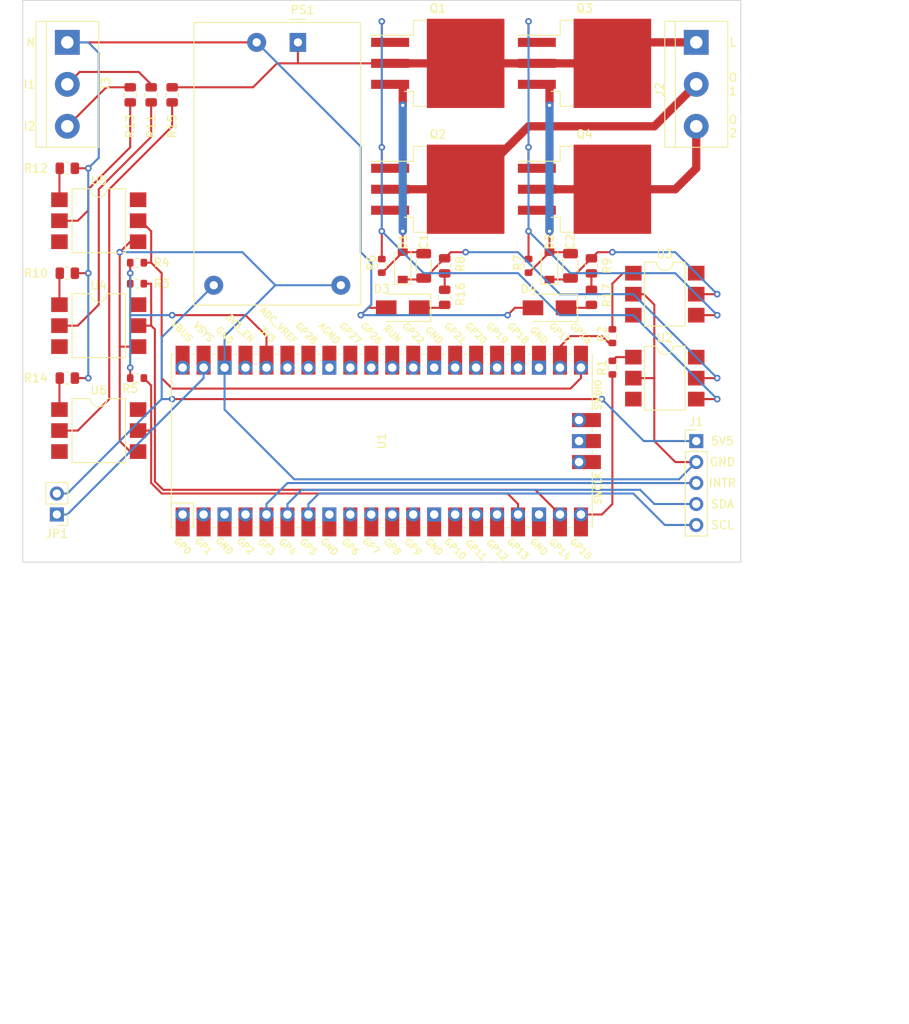
<source format=kicad_pcb>
(kicad_pcb (version 20211014) (generator pcbnew)
  (layers (0 "F.Cu" signal) (31 "B.Cu" signal) (34 "B.Paste" user) (35 "F.Paste" user) (36 "B.SilkS" user "B.Silkscreen") (37 "F.SilkS" user "F.Silkscreen") (38 "B.Mask" user) (39 "F.Mask" user) (44 "Edge.Cuts" user))
  (net 0 "")
  (net 1 "Net-(C2-Pad1)")
  (net 2 "Net-(C2-Pad2)")
  (net 3 "NEUT")
  (net 4 "Net-(D4-Pad1)")
  (net 5 "GND")
  (net 6 "+5V")
  (net 7 "LINE")
  (net 8 "Net-(J2-Pad2)")
  (net 9 "Net-(JP1-Pad1)")
  (net 10 "Net-(Q1-Pad1)")
  (net 11 "Net-(Q3-Pad1)")
  (net 12 "Net-(R1-Pad1)")
  (net 13 "Net-(C1-Pad1)")
  (net 14 "Net-(R2-Pad1)")
  (net 15 "Net-(C1-Pad2)")
  (net 16 "Net-(D3-Pad1)")
  (net 17 "+3V3")
  (net 18 "Net-(R1-Pad2)")
  (net 19 "Net-(J1-Pad3)")
  (net 20 "Net-(R2-Pad2)")
  (net 21 "Net-(R3-Pad1)")
  (net 22 "Net-(R10-Pad2)")
  (net 23 "Net-(R11-Pad2)")
  (net 24 "Net-(R13-Pad2)")
  (net 35 "Net-(J1-Pad4)")
  (net 36 "Net-(R4-Pad1)")
  (net 37 "Net-(R5-Pad1)")
  (net 38 "Net-(J2-Pad3)")
  (net 39 "Net-(R16-Pad2)")
  (net 40 "Net-(J3-Pad2)")
  (net 41 "Net-(J3-Pad3)")
  (net 42 "Net-(R17-Pad2)")
  (net 43 "Net-(R14-Pad2)")
  (net 44 "Net-(R15-Pad2)")
  (net 49 "Net-(R12-Pad2)")
  (net 78 "Net-(J1-Pad5)")
  (footprint "Diode_SMD:D_SOD-123" (layer "F.Cu") (at 170.18 82.93 90)
    (fp_text reference "D2")
    (fp_text value "10V/0.4W")
  )
  (footprint "Resistor_SMD:R_0603_1608Metric" (layer "F.Cu") (at 120.205 85.09 180)
    (fp_text reference "R3")
    (fp_text value "10KΩ")
  )
  (footprint "Diode_SMD:D_SMA" (layer "F.Cu") (at 170.18 88.01 180)
    (fp_text reference "D4")
    (fp_text value "1N4007")
  )
  (footprint "TerminalBlock:TerminalBlock_bornier-3_P5.08mm" (layer "F.Cu") (at 111.76 55.88 -90)
    (fp_text reference "J3")
    (fp_text value "Screw_Terminal_01x03")
  )
  (footprint "Resistor_SMD:R_0603_1608Metric" (layer "F.Cu") (at 177.8 91.44 -90)
    (fp_text reference "R2")
    (fp_text value "330Ω")
  )
  (footprint "Package_TO_SOT_SMD:TO-263-3_TabPin2" (layer "F.Cu") (at 156.645 58.42)
    (fp_text reference "Q1")
    (fp_text value "IRF830")
  )
  (footprint "Resistor_SMD:R_0805_2012Metric" (layer "F.Cu") (at 175.26 82.93 90)
    (fp_text reference "R9")
    (fp_text value "33KΩ/0.5W")
  )
  (footprint "Resistor_SMD:R_0603_1608Metric" (layer "F.Cu") (at 120.205 96.52 180)
    (fp_text reference "R5")
    (fp_text value "10KΩ")
  )
  (footprint "Resistor_SMD:R_0603_1608Metric" (layer "F.Cu") (at 167.64 82.93 -90)
    (fp_text reference "R7")
    (fp_text value "22KΩ")
  )
  (footprint "Diode_SMD:D_SOD-123" (layer "F.Cu") (at 152.4 82.93 90)
    (fp_text reference "D1")
    (fp_text value "10V/0.4W")
  )
  (footprint "Resistor_SMD:R_0805_2012Metric" (layer "F.Cu") (at 121.92 62.23 -90)
    (fp_text reference "R11")
    (fp_text value "33KΩ/0.5W")
  )
  (footprint "Package_TO_SOT_SMD:TO-263-3_TabPin2" (layer "F.Cu") (at 174.425 58.42)
    (fp_text reference "Q3")
    (fp_text value "IRF830")
  )
  (footprint "Resistor_SMD:R_0805_2012Metric" (layer "F.Cu") (at 157.48 86.74 90)
    (fp_text reference "R16")
    (fp_text value "33KΩ/0.5W")
  )
  (footprint "Resistor_SMD:R_0805_2012Metric" (layer "F.Cu") (at 111.76 83.82 180)
    (fp_text reference "R10")
    (fp_text value "33KΩ/0.5W")
  )
  (footprint "Resistor_SMD:R_0805_2012Metric" (layer "F.Cu") (at 111.76 96.52 180)
    (fp_text reference "R14")
    (fp_text value "33KΩ/0.5W")
  )
  (footprint "Capacitor_SMD:C_1206_3216Metric" (layer "F.Cu") (at 154.94 82.93 90)
    (fp_text reference "C1")
    (fp_text value "2.2uF/63V")
  )
  (footprint "Resistor_SMD:R_0805_2012Metric" (layer "F.Cu") (at 119.38 62.23 -90)
    (fp_text reference "R13")
    (fp_text value "33KΩ/0.5W")
  )
  (footprint "Resistor_SMD:R_0805_2012Metric" (layer "F.Cu") (at 157.48 82.93 90)
    (fp_text reference "R8")
    (fp_text value "33KΩ/0.5W")
  )
  (footprint "Diode_SMD:D_SMA" (layer "F.Cu") (at 152.4 88.01 180)
    (fp_text reference "D3")
    (fp_text value "1N4007")
  )
  (footprint "Resistor_SMD:R_0603_1608Metric" (layer "F.Cu") (at 149.86 82.93 -90)
    (fp_text reference "R6")
    (fp_text value "22KΩ")
  )
  (footprint "Connector_PinHeader_2.54mm:PinHeader_1x02_P2.54mm_Vertical" (layer "F.Cu") (at 110.49 113.03 180)
    (fp_text reference "JP1")
    (fp_text value "Jumper_2_Bridged")
  )
  (footprint "MCU_RaspberryPi_and_Boards:RPi_Pico_SMD_TH" (layer "F.Cu") (at 149.86 104.14 90)
    (fp_text reference "U1")
    (fp_text value "Pico")
  )
  (footprint "Resistor_SMD:R_0603_1608Metric" (layer "F.Cu") (at 120.205 82.55 180)
    (fp_text reference "R4")
    (fp_text value "10KΩ")
  )
  (footprint "Resistor_SMD:R_0603_1608Metric" (layer "F.Cu") (at 177.8 95.25 -90)
    (fp_text reference "R1")
    (fp_text value "330Ω")
  )
  (footprint "TerminalBlock:TerminalBlock_bornier-3_P5.08mm" (layer "F.Cu") (at 187.96 55.88 -90)
    (fp_text reference "J2")
    (fp_text value "Screw_Terminal_01x03")
  )
  (footprint "Package_TO_SOT_SMD:TO-263-3_TabPin2" (layer "F.Cu") (at 156.645 73.66)
    (fp_text reference "Q2")
    (fp_text value "IRF830")
  )
  (footprint "Package_DIP:SMDIP-6_W9.53mm" (layer "F.Cu") (at 115.57 90.17)
    (fp_text reference "U4")
    (fp_text value "H11AA1")
  )
  (footprint "Resistor_SMD:R_0805_2012Metric" (layer "F.Cu") (at 175.26 86.74 90)
    (fp_text reference "R17")
    (fp_text value "33KΩ/0.5W")
  )
  (footprint "Resistor_SMD:R_0805_2012Metric" (layer "F.Cu") (at 111.76 71.12 180)
    (fp_text reference "R12")
    (fp_text value "33KΩ/0.5W")
  )
  (footprint "Package_DIP:SMDIP-6_W7.62mm" (layer "F.Cu") (at 184.15 86.36)
    (fp_text reference "U3")
    (fp_text value "4N35")
  )
  (footprint "Package_DIP:SMDIP-6_W9.53mm" (layer "F.Cu") (at 115.57 102.87)
    (fp_text reference "U6")
    (fp_text value "H11AA1")
  )
  (footprint "Package_DIP:SMDIP-6_W9.53mm" (layer "F.Cu") (at 115.57 77.47)
    (fp_text reference "U5")
    (fp_text value "H11AA1")
  )
  (footprint "Connector_PinHeader_2.54mm:PinHeader_1x05_P2.54mm_Vertical" (layer "F.Cu") (at 187.96 104.14)
    (fp_text reference "J1")
    (fp_text value "Conn_01x05_Male")
  )
  (footprint "Capacitor_SMD:C_1206_3216Metric" (layer "F.Cu") (at 172.72 82.93 90)
    (fp_text reference "C2")
    (fp_text value "2.2uF/63V")
  )
  (footprint "Package_DIP:SMDIP-6_W7.62mm" (layer "F.Cu") (at 184.15 96.52)
    (fp_text reference "U2")
    (fp_text value "4N35")
  )
  (footprint "Resistor_SMD:R_0805_2012Metric" (layer "F.Cu") (at 124.46 62.23 -90)
    (fp_text reference "R15")
    (fp_text value "33KΩ/0.5W")
  )
  (footprint "Converter_ACDC:Converter_ACDC_HiLink_HLK-PMxx" (layer "F.Cu") (at 139.7 55.88 -90)
    (fp_text reference "PS1")
    (fp_text value "HLK-PM01")
  )
  (footprint "Package_TO_SOT_SMD:TO-263-3_TabPin2" (layer "F.Cu") (at 174.425 73.66)
    (fp_text reference "Q4")
    (fp_text value "IRF830")
  )
  (gr_line locked (start 106.36 50.8) (end 193.36 50.8) (layer "Edge.Cuts") (width 0.1))
  (gr_line locked (start 106.36 118.8) (end 106.36 50.8) (layer "Edge.Cuts") (width 0.1))
  (gr_line locked (start 193.36 118.8) (end 193.36 50.8) (layer "Edge.Cuts") (width 0.1))
  (gr_line locked (start 106.36 118.8) (end 193.36 118.8) (layer "Edge.Cuts") (width 0.1))
  (gr_text "I2" (at 107.188 66.04) (layer "F.SilkS") (effects (font (size 1 1))))
  (gr_text "I1" (at 107.188 60.96) (layer "F.SilkS") (effects (font (size 1 1))))
  (gr_text "L" (at 192.405 55.88) (layer "F.SilkS") (effects (font (size 1 1))))
  (gr_text "SDA" (at 191.135 111.76) (layer "F.SilkS") (effects (font (size 1 1))))
  (gr_text "GND" (at 191.135 106.68) (layer "F.SilkS") (effects (font (size 1 1))))
  (gr_text "O\n2" (at 192.405 66.04) (layer "F.SilkS") (effects (font (size 1 1))))
  (gr_text "5V5" (at 191.135 104.14) (layer "F.SilkS") (effects (font (size 1 1))))
  (gr_text "O\n1" (at 192.405 60.96) (layer "F.SilkS") (effects (font (size 1 1))))
  (gr_text "SCL" (at 191.135 114.3) (layer "F.SilkS") (effects (font (size 1 1))))
  (gr_text "INTR" (at 191.135 109.22) (layer "F.SilkS") (effects (font (size 1 1))))
  (gr_text "N" (at 107.315 55.88) (layer "F.SilkS") (effects (font (size 1 1))))
  (segment (start 190.5 86.36) (end 187.96 86.36) (width 0.25) (layer "F.Cu") (net 1))
  (segment (start 172.8725 84.405) (end 175.26 82.0175) (width 0.25) (layer "F.Cu") (net 1))
  (segment (start 172.72 84.405) (end 172.545 84.58) (width 0.25) (layer "F.Cu") (net 1))
  (segment (start 175.26 82.0175) (end 175.9975 81.28) (width 0.25) (layer "F.Cu") (net 1))
  (segment (start 172.72 84.405) (end 172.8725 84.405) (width 0.25) (layer "F.Cu") (net 1))
  (segment (start 172.545 84.58) (end 170.18 84.58) (width 0.25) (layer "F.Cu") (net 1))
  (segment (start 175.9975 81.28) (end 177.8 81.28) (width 0.25) (layer "F.Cu") (net 1))
  (via (at 177.8 81.28) (size 0.8) (drill 0.4) (layers "F.Cu" "B.Cu") (net 1))
  (via (at 190.5 86.36) (size 0.8) (drill 0.4) (layers "F.Cu" "B.Cu") (net 1))
  (segment (start 177.8 81.28) (end 185.42 81.28) (width 0.25) (layer "B.Cu") (net 1))
  (segment (start 185.42 81.28) (end 190.5 86.36) (width 0.25) (layer "B.Cu") (net 1))
  (segment (start 172.545 81.28) (end 170.18 81.28) (width 0.25) (layer "F.Cu") (net 2))
  (segment (start 170.18 63.5) (end 170.18 60.96) (width 1) (layer "F.Cu") (net 2))
  (segment (start 167.64 83.755) (end 167.705 83.755) (width 0.25) (layer "F.Cu") (net 2))
  (segment (start 172.72 81.455) (end 172.545 81.28) (width 0.25) (layer "F.Cu") (net 2))
  (segment (start 170.18 78.74) (end 170.18 76.2) (width 1) (layer "F.Cu") (net 2))
  (segment (start 170.18 81.28) (end 170.18 78.74) (width 0.25) (layer "F.Cu") (net 2))
  (segment (start 167.705 83.755) (end 170.18 81.28) (width 0.25) (layer "F.Cu") (net 2))
  (via (at 170.18 63.5) (size 0.8) (drill 0.4) (layers "F.Cu" "B.Cu") (net 2))
  (via (at 170.18 78.74) (size 0.8) (drill 0.4) (layers "F.Cu" "B.Cu") (net 2))
  (segment (start 170.18 78.74) (end 170.18 63.5) (width 1) (layer "B.Cu") (net 2))
  (segment (start 134.7 55.88) (end 111.76 55.88) (width 0.25) (layer "F.Cu") (net 3))
  (segment (start 165.99 88.01) (end 168.18 88.01) (width 0.25) (layer "F.Cu") (net 3))
  (segment (start 165.1 88.9) (end 165.99 88.01) (width 0.25) (layer "F.Cu") (net 3))
  (segment (start 112.6725 83.82) (end 114.3 83.82) (width 0.25) (layer "F.Cu") (net 3))
  (segment (start 150.4 88.01) (end 148.21 88.01) (width 0.25) (layer "F.Cu") (net 3))
  (segment (start 114.3 96.52) (end 112.6725 96.52) (width 0.25) (layer "F.Cu") (net 3))
  (segment (start 112.6725 71.12) (end 114.3 71.12) (width 0.25) (layer "F.Cu") (net 3))
  (segment (start 148.21 88.01) (end 147.32 88.9) (width 0.25) (layer "F.Cu") (net 3))
  (via (at 114.3 71.12) (size 0.8) (drill 0.4) (layers "F.Cu" "B.Cu") (net 3))
  (via (at 165.1 88.9) (size 0.8) (drill 0.4) (layers "F.Cu" "B.Cu") (net 3))
  (via (at 114.3 83.82) (size 0.8) (drill 0.4) (layers "F.Cu" "B.Cu") (net 3))
  (via (at 147.32 88.9) (size 0.8) (drill 0.4) (layers "F.Cu" "B.Cu") (net 3))
  (via (at 114.3 96.52) (size 0.8) (drill 0.4) (layers "F.Cu" "B.Cu") (net 3))
  (segment (start 147.32 88.9) (end 165.1 88.9) (width 0.25) (layer "B.Cu") (net 3))
  (segment (start 115.57 69.85) (end 114.3 71.12) (width 0.25) (layer "B.Cu") (net 3))
  (segment (start 147.32 81.28) (end 147.32 68.5) (width 0.25) (layer "B.Cu") (net 3))
  (segment (start 114.3 83.82) (end 114.3 96.52) (width 0.25) (layer "B.Cu") (net 3))
  (segment (start 114.3 83.82) (end 114.3 71.12) (width 0.25) (layer "B.Cu") (net 3))
  (segment (start 148.59 82.55) (end 147.32 81.28) (width 0.25) (layer "B.Cu") (net 3))
  (segment (start 148.59 87.63) (end 148.59 82.55) (width 0.25) (layer "B.Cu") (net 3))
  (segment (start 147.32 68.5) (end 134.7 55.88) (width 0.25) (layer "B.Cu") (net 3))
  (segment (start 147.32 88.9) (end 148.59 87.63) (width 0.25) (layer "B.Cu") (net 3))
  (segment (start 115.57 57.15) (end 114.3 55.88) (width 0.25) (layer "B.Cu") (net 3))
  (segment (start 115.57 57.15) (end 115.57 69.85) (width 0.25) (layer "B.Cu") (net 3))
  (segment (start 114.3 55.88) (end 111.76 55.88) (width 0.25) (layer "B.Cu") (net 3))
  (segment (start 174.9025 88.01) (end 175.26 87.6525) (width 0.25) (layer "F.Cu") (net 4))
  (segment (start 172.18 88.01) (end 174.9025 88.01) (width 0.25) (layer "F.Cu") (net 4))
  (segment (start 182.88 87.63) (end 182.88 96.52) (width 0.25) (layer "F.Cu") (net 5))
  (segment (start 182.88 96.52) (end 182.88 104.14) (width 0.25) (layer "F.Cu") (net 5))
  (segment (start 181.61 86.36) (end 182.88 87.63) (width 0.25) (layer "F.Cu") (net 5))
  (segment (start 185.42 106.68) (end 187.96 106.68) (width 0.25) (layer "F.Cu") (net 5))
  (segment (start 180.34 86.36) (end 181.61 86.36) (width 0.25) (layer "F.Cu") (net 5))
  (segment (start 180.34 96.52) (end 182.88 96.52) (width 0.25) (layer "F.Cu") (net 5))
  (segment (start 119.38 105.41) (end 120.335 105.41) (width 0.25) (layer "F.Cu") (net 5))
  (segment (start 118.11 81.28) (end 118.11 92.71) (width 0.25) (layer "F.Cu") (net 5))
  (segment (start 118.11 92.71) (end 120.335 92.71) (width 0.25) (layer "F.Cu") (net 5))
  (segment (start 119.38 80.01) (end 118.11 81.28) (width 0.25) (layer "F.Cu") (net 5))
  (segment (start 120.335 80.01) (end 119.38 80.01) (width 0.25) (layer "F.Cu") (net 5))
  (segment (start 182.88 104.14) (end 185.42 106.68) (width 0.25) (layer "F.Cu") (net 5))
  (segment (start 118.11 104.14) (end 119.38 105.41) (width 0.25) (layer "F.Cu") (net 5))
  (segment (start 118.11 92.71) (end 118.11 104.14) (width 0.25) (layer "F.Cu") (net 5))
  (via (at 118.11 81.28) (size 0.8) (drill 0.4) (layers "F.Cu" "B.Cu") (net 5))
  (segment (start 139.25048 108.77048) (end 130.81 100.33) (width 0.25) (layer "B.Cu") (net 5))
  (segment (start 136.97 85.28) (end 132.97 81.28) (width 0.25) (layer "B.Cu") (net 5))
  (segment (start 130.81 100.33) (end 130.81 95.25) (width 0.25) (layer "B.Cu") (net 5))
  (segment (start 130.81 91.44) (end 136.97 85.28) (width 0.25) (layer "B.Cu") (net 5))
  (segment (start 130.81 95.25) (end 130.81 91.44) (width 0.25) (layer "B.Cu") (net 5))
  (segment (start 185.86952 108.77048) (end 139.25048 108.77048) (width 0.25) (layer "B.Cu") (net 5))
  (segment (start 132.97 81.28) (end 118.11 81.28) (width 0.25) (layer "B.Cu") (net 5))
  (segment (start 187.96 106.68) (end 185.86952 108.77048) (width 0.25) (layer "B.Cu") (net 5))
  (segment (start 136.97 85.28) (end 144.9 85.28) (width 0.25) (layer "B.Cu") (net 5))
  (segment (start 176.53 99.06) (end 124.46 99.06) (width 0.25) (layer "F.Cu") (net 6))
  (via (at 124.46 99.06) (size 0.8) (drill 0.4) (layers "F.Cu" "B.Cu") (net 6))
  (via (at 176.53 99.06) (size 0.8) (drill 0.4) (layers "F.Cu" "B.Cu") (net 6))
  (segment (start 123.19 99.06) (end 111.76 110.49) (width 0.25) (layer "B.Cu") (net 6))
  (segment (start 123.19 91.59) (end 129.5 85.28) (width 0.25) (layer "B.Cu") (net 6))
  (segment (start 123.19 99.06) (end 123.19 91.59) (width 0.25) (layer "B.Cu") (net 6))
  (segment (start 187.96 104.14) (end 181.61 104.14) (width 0.25) (layer "B.Cu") (net 6))
  (segment (start 181.61 104.14) (end 176.53 99.06) (width 0.25) (layer "B.Cu") (net 6))
  (segment (start 111.76 110.49) (end 110.49 110.49) (width 0.25) (layer "B.Cu") (net 6))
  (segment (start 124.46 99.06) (end 123.19 99.06) (width 0.25) (layer "B.Cu") (net 6))
  (segment (start 134.2625 61.3175) (end 124.46 61.3175) (width 0.25) (layer "F.Cu") (net 7))
  (segment (start 150.87 58.42) (end 160.02 58.42) (width 1) (layer "F.Cu") (net 7))
  (segment (start 160.02 58.42) (end 168.65 58.42) (width 1) (layer "F.Cu") (net 7))
  (segment (start 137.16 58.42) (end 134.2625 61.3175) (width 0.25) (layer "F.Cu") (net 7))
  (segment (start 177.8 58.42) (end 180.34 55.88) (width 1) (layer "F.Cu") (net 7))
  (segment (start 180.34 55.88) (end 187.96 55.88) (width 1) (layer "F.Cu") (net 7))
  (segment (start 139.7 58.42) (end 139.7 55.88) (width 0.25) (layer "F.Cu") (net 7))
  (segment (start 150.87 58.42) (end 139.7 58.42) (width 0.25) (layer "F.Cu") (net 7))
  (segment (start 168.65 58.42) (end 177.8 58.42) (width 1) (layer "F.Cu") (net 7))
  (segment (start 139.7 58.42) (end 137.16 58.42) (width 0.25) (layer "F.Cu") (net 7))
  (segment (start 167.64 66.04) (end 182.88 66.04) (width 1) (layer "F.Cu") (net 8))
  (segment (start 160.02 73.66) (end 167.64 66.04) (width 1) (layer "F.Cu") (net 8))
  (segment (start 182.88 66.04) (end 187.96 60.96) (width 1) (layer "F.Cu") (net 8))
  (segment (start 150.87 73.66) (end 160.02 73.66) (width 1) (layer "F.Cu") (net 8))
  (segment (start 111.76 113.03) (end 110.49 113.03) (width 0.25) (layer "B.Cu") (net 9))
  (segment (start 128.27 95.25) (end 128.27 96.52) (width 0.25) (layer "B.Cu") (net 9))
  (segment (start 128.27 96.52) (end 111.76 113.03) (width 0.25) (layer "B.Cu") (net 9))
  (segment (start 149.86 71.12) (end 150.87 71.12) (width 0.25) (layer "F.Cu") (net 10))
  (segment (start 149.86 55.88) (end 149.86 53.34) (width 0.25) (layer "F.Cu") (net 10))
  (segment (start 190.5 99.06) (end 187.96 99.06) (width 0.25) (layer "F.Cu") (net 10))
  (segment (start 150.87 55.88) (end 149.86 55.88) (width 0.25) (layer "F.Cu") (net 10))
  (segment (start 149.86 78.74) (end 149.86 82.105) (width 0.25) (layer "F.Cu") (net 10))
  (segment (start 149.86 68.58) (end 149.86 71.12) (width 0.25) (layer "F.Cu") (net 10))
  (via (at 149.86 53.34) (size 0.8) (drill 0.4) (layers "F.Cu" "B.Cu") (net 10))
  (via (at 190.5 99.06) (size 0.8) (drill 0.4) (layers "F.Cu" "B.Cu") (net 10))
  (via (at 149.86 68.58) (size 0.8) (drill 0.4) (layers "F.Cu" "B.Cu") (net 10))
  (via (at 149.86 78.74) (size 0.8) (drill 0.4) (layers "F.Cu" "B.Cu") (net 10))
  (segment (start 171.45 88.9) (end 180.34 88.9) (width 0.25) (layer "B.Cu") (net 10))
  (segment (start 190.5 99.06) (end 180.34 88.9) (width 0.25) (layer "B.Cu") (net 10))
  (segment (start 154.94 83.82) (end 166.37 83.82) (width 0.25) (layer "B.Cu") (net 10))
  (segment (start 149.86 53.34) (end 149.86 68.58) (width 0.25) (layer "B.Cu") (net 10))
  (segment (start 149.86 68.58) (end 149.86 78.74) (width 0.25) (layer "B.Cu") (net 10))
  (segment (start 154.94 83.82) (end 149.86 78.74) (width 0.25) (layer "B.Cu") (net 10))
  (segment (start 171.45 88.9) (end 166.37 83.82) (width 0.25) (layer "B.Cu") (net 10))
  (segment (start 167.64 55.88) (end 167.64 53.34) (width 0.25) (layer "F.Cu") (net 11))
  (segment (start 168.65 55.88) (end 167.64 55.88) (width 0.25) (layer "F.Cu") (net 11))
  (segment (start 167.64 68.58) (end 167.64 71.12) (width 0.25) (layer "F.Cu") (net 11))
  (segment (start 167.64 78.74) (end 167.64 82.105) (width 0.25) (layer "F.Cu") (net 11))
  (segment (start 190.5 88.9) (end 187.96 88.9) (width 0.25) (layer "F.Cu") (net 11))
  (via (at 167.64 53.34) (size 0.8) (drill 0.4) (layers "F.Cu" "B.Cu") (net 11))
  (via (at 167.64 78.74) (size 0.8) (drill 0.4) (layers "F.Cu" "B.Cu") (net 11))
  (via (at 167.64 68.58) (size 0.8) (drill 0.4) (layers "F.Cu" "B.Cu") (net 11))
  (via (at 190.5 88.9) (size 0.8) (drill 0.4) (layers "F.Cu" "B.Cu") (net 11))
  (segment (start 167.64 68.58) (end 167.64 78.74) (width 0.25) (layer "B.Cu") (net 11))
  (segment (start 167.64 53.34) (end 167.64 68.58) (width 0.25) (layer "B.Cu") (net 11))
  (segment (start 172.72 83.82) (end 185.42 83.82) (width 0.25) (layer "B.Cu") (net 11))
  (segment (start 167.64 78.74) (end 172.72 83.82) (width 0.25) (layer "B.Cu") (net 11))
  (segment (start 185.42 83.82) (end 190.5 88.9) (width 0.25) (layer "B.Cu") (net 11))
  (segment (start 180.34 93.98) (end 178.245 93.98) (width 0.25) (layer "F.Cu") (net 12))
  (segment (start 178.245 93.98) (end 177.8 94.425) (width 0.25) (layer "F.Cu") (net 12))
  (segment (start 158.2175 81.28) (end 160.02 81.28) (width 0.25) (layer "F.Cu") (net 13))
  (segment (start 190.5 96.52) (end 187.96 96.52) (width 0.25) (layer "F.Cu") (net 13))
  (segment (start 154.765 84.58) (end 152.4 84.58) (width 0.25) (layer "F.Cu") (net 13))
  (segment (start 158.2175 81.28) (end 157.48 82.0175) (width 0.25) (layer "F.Cu") (net 13))
  (segment (start 155.0925 84.405) (end 157.48 82.0175) (width 0.25) (layer "F.Cu") (net 13))
  (segment (start 154.94 84.405) (end 155.0925 84.405) (width 0.25) (layer "F.Cu") (net 13))
  (segment (start 154.94 84.405) (end 154.765 84.58) (width 0.25) (layer "F.Cu") (net 13))
  (via (at 160.02 81.28) (size 0.8) (drill 0.4) (layers "F.Cu" "B.Cu") (net 13))
  (via (at 190.5 96.52) (size 0.8) (drill 0.4) (layers "F.Cu" "B.Cu") (net 13))
  (segment (start 166.37 81.28) (end 171.45 86.36) (width 0.25) (layer "B.Cu") (net 13))
  (segment (start 180.34 86.36) (end 190.5 96.52) (width 0.25) (layer "B.Cu") (net 13))
  (segment (start 171.45 86.36) (end 180.34 86.36) (width 0.25) (layer "B.Cu") (net 13))
  (segment (start 160.02 81.28) (end 166.37 81.28) (width 0.25) (layer "B.Cu") (net 13))
  (segment (start 177.8 85.09) (end 177.8 90.615) (width 0.25) (layer "F.Cu") (net 14))
  (segment (start 179.07 83.82) (end 177.8 85.09) (width 0.25) (layer "F.Cu") (net 14))
  (segment (start 180.34 83.82) (end 179.07 83.82) (width 0.25) (layer "F.Cu") (net 14))
  (segment (start 152.4 78.74) (end 152.4 76.2) (width 1) (layer "F.Cu") (net 15))
  (segment (start 152.4 81.28) (end 152.4 78.74) (width 0.25) (layer "F.Cu") (net 15))
  (segment (start 152.4 60.96) (end 152.4 63.5) (width 1) (layer "F.Cu") (net 15))
  (segment (start 149.86 83.755) (end 149.925 83.755) (width 0.25) (layer "F.Cu") (net 15))
  (segment (start 154.94 81.455) (end 154.765 81.28) (width 0.25) (layer "F.Cu") (net 15))
  (segment (start 149.925 83.755) (end 152.4 81.28) (width 0.25) (layer "F.Cu") (net 15))
  (segment (start 154.765 81.28) (end 152.4 81.28) (width 0.25) (layer "F.Cu") (net 15))
  (via (at 152.4 63.5) (size 0.8) (drill 0.4) (layers "F.Cu" "B.Cu") (net 15))
  (via (at 152.4 78.74) (size 0.8) (drill 0.4) (layers "F.Cu" "B.Cu") (net 15))
  (segment (start 152.4 63.5) (end 152.4 78.74) (width 1) (layer "B.Cu") (net 15))
  (segment (start 154.4 88.01) (end 157.1225 88.01) (width 0.25) (layer "F.Cu") (net 16))
  (segment (start 157.1225 88.01) (end 157.48 87.6525) (width 0.25) (layer "F.Cu") (net 16))
  (segment (start 135.89 91.44) (end 133.35 88.9) (width 0.25) (layer "F.Cu") (net 17))
  (segment (start 119.38 83.82) (end 119.38 82.55) (width 0.25) (layer "F.Cu") (net 17))
  (segment (start 135.89 95.25) (end 135.89 91.44) (width 0.25) (layer "F.Cu") (net 17))
  (segment (start 133.35 88.9) (end 124.46 88.9) (width 0.25) (layer "F.Cu") (net 17))
  (segment (start 119.38 96.52) (end 119.38 95.25) (width 0.25) (layer "F.Cu") (net 17))
  (segment (start 119.38 83.82) (end 119.38 85.09) (width 0.25) (layer "F.Cu") (net 17))
  (via (at 124.46 88.9) (size 0.8) (drill 0.4) (layers "F.Cu" "B.Cu") (net 17))
  (via (at 119.38 95.25) (size 0.8) (drill 0.4) (layers "F.Cu" "B.Cu") (net 17))
  (via (at 119.38 83.82) (size 0.8) (drill 0.4) (layers "F.Cu" "B.Cu") (net 17))
  (segment (start 119.38 95.25) (end 119.38 83.82) (width 0.25) (layer "B.Cu") (net 17))
  (segment (start 119.38 88.9) (end 124.46 88.9) (width 0.25) (layer "B.Cu") (net 17))
  (segment (start 176.53 113.03) (end 173.99 113.03) (width 0.25) (layer "F.Cu") (net 18))
  (segment (start 177.8 96.075) (end 177.8 111.76) (width 0.25) (layer "F.Cu") (net 18))
  (segment (start 177.8 111.76) (end 176.53 113.03) (width 0.25) (layer "F.Cu") (net 18))
  (segment (start 138.43 109.22) (end 135.89 111.76) (width 0.25) (layer "B.Cu") (net 19))
  (segment (start 135.89 111.76) (end 135.89 113.03) (width 0.25) (layer "B.Cu") (net 19))
  (segment (start 187.96 109.22) (end 138.43 109.22) (width 0.25) (layer "B.Cu") (net 19))
  (segment (start 177.355 92.265) (end 176.53 91.44) (width 0.25) (layer "F.Cu") (net 20))
  (segment (start 176.53 91.44) (end 172.72 91.44) (width 0.25) (layer "F.Cu") (net 20))
  (segment (start 172.72 91.44) (end 171.45 92.71) (width 0.25) (layer "F.Cu") (net 20))
  (segment (start 171.45 92.71) (end 171.45 95.25) (width 0.25) (layer "F.Cu") (net 20))
  (segment (start 177.8 92.265) (end 177.355 92.265) (width 0.25) (layer "F.Cu") (net 20))
  (segment (start 121.92 85.09) (end 121.03 85.09) (width 0.25) (layer "F.Cu") (net 21))
  (segment (start 123.376198 110.04048) (end 122.36952 109.033802) (width 0.25) (layer "F.Cu") (net 21))
  (segment (start 122.36952 90.61952) (end 121.92 90.17) (width 0.25) (layer "F.Cu") (net 21))
  (segment (start 120.335 90.17) (end 121.92 90.17) (width 0.25) (layer "F.Cu") (net 21))
  (segment (start 171.45 113.03) (end 168.46048 110.04048) (width 0.25) (layer "F.Cu") (net 21))
  (segment (start 121.92 85.09) (end 121.92 90.17) (width 0.25) (layer "F.Cu") (net 21))
  (segment (start 168.46048 110.04048) (end 123.376198 110.04048) (width 0.25) (layer "F.Cu") (net 21))
  (segment (start 122.36952 109.033802) (end 122.36952 90.61952) (width 0.25) (layer "F.Cu") (net 21))
  (segment (start 110.805 83.8625) (end 110.805 87.63) (width 0.25) (layer "F.Cu") (net 22))
  (segment (start 110.8475 83.82) (end 110.805 83.8625) (width 0.25) (layer "F.Cu") (net 22))
  (segment (start 121.92 67.31) (end 115.57 73.66) (width 0.25) (layer "F.Cu") (net 23))
  (segment (start 121.92 63.1425) (end 121.92 67.31) (width 0.25) (layer "F.Cu") (net 23))
  (segment (start 115.57 73.66) (end 115.57 87.63) (width 0.25) (layer "F.Cu") (net 23))
  (segment (start 115.57 87.63) (end 113.03 90.17) (width 0.25) (layer "F.Cu") (net 23))
  (segment (start 113.03 90.17) (end 110.805 90.17) (width 0.25) (layer "F.Cu") (net 23))
  (segment (start 110.805 77.47) (end 113.03 77.47) (width 0.25) (layer "F.Cu") (net 24))
  (segment (start 119.38 68.58) (end 119.38 63.1425) (width 0.25) (layer "F.Cu") (net 24))
  (segment (start 114.3 73.66) (end 119.38 68.58) (width 0.25) (layer "F.Cu") (net 24))
  (segment (start 114.3 76.2) (end 114.3 73.66) (width 0.25) (layer "F.Cu") (net 24))
  (segment (start 113.03 77.47) (end 114.3 76.2) (width 0.25) (layer "F.Cu") (net 24))
  (segment (start 140.14952 110.04048) (end 138.43 111.76) (width 0.25) (layer "B.Cu") (net 35))
  (segment (start 138.43 111.76) (end 138.43 113.03) (width 0.25) (layer "B.Cu") (net 35))
  (segment (start 182.88 111.76) (end 181.16048 110.04048) (width 0.25) (layer "B.Cu") (net 35))
  (segment (start 187.96 111.76) (end 182.88 111.76) (width 0.25) (layer "B.Cu") (net 35))
  (segment (start 181.16048 110.04048) (end 140.14952 110.04048) (width 0.25) (layer "B.Cu") (net 35))
  (segment (start 121.92 78.74) (end 121.92 82.55) (width 0.25) (layer "F.Cu") (net 36))
  (segment (start 173.99 95.25) (end 173.99 96.52) (width 0.25) (layer "F.Cu") (net 36))
  (segment (start 124.46 97.79) (end 123.19 96.52) (width 0.25) (layer "F.Cu") (net 36))
  (segment (start 173.99 96.52) (end 172.72 97.79) (width 0.25) (layer "F.Cu") (net 36))
  (segment (start 121.92 82.55) (end 121.03 82.55) (width 0.25) (layer "F.Cu") (net 36))
  (segment (start 120.65 77.47) (end 121.92 78.74) (width 0.25) (layer "F.Cu") (net 36))
  (segment (start 123.19 96.52) (end 123.19 83.82) (width 0.25) (layer "F.Cu") (net 36))
  (segment (start 123.19 83.82) (end 121.92 82.55) (width 0.25) (layer "F.Cu") (net 36))
  (segment (start 120.335 77.47) (end 120.65 77.47) (width 0.25) (layer "F.Cu") (net 36))
  (segment (start 172.72 97.79) (end 124.46 97.79) (width 0.25) (layer "F.Cu") (net 36))
  (segment (start 121.92 102.87) (end 121.92 97.41) (width 0.25) (layer "F.Cu") (net 37))
  (segment (start 165.1 110.49) (end 123.19 110.49) (width 0.25) (layer "F.Cu") (net 37))
  (segment (start 166.37 111.76) (end 165.1 110.49) (width 0.25) (layer "F.Cu") (net 37))
  (segment (start 121.92 109.22) (end 121.92 102.87) (width 0.25) (layer "F.Cu") (net 37))
  (segment (start 120.335 102.87) (end 121.92 102.87) (width 0.25) (layer "F.Cu") (net 37))
  (segment (start 166.37 113.03) (end 166.37 111.76) (width 0.25) (layer "F.Cu") (net 37))
  (segment (start 121.92 97.41) (end 121.03 96.52) (width 0.25) (layer "F.Cu") (net 37))
  (segment (start 123.19 110.49) (end 121.92 109.22) (width 0.25) (layer "F.Cu") (net 37))
  (segment (start 168.65 73.66) (end 177.8 73.66) (width 1) (layer "F.Cu") (net 38))
  (segment (start 187.96 71.12) (end 187.96 66.04) (width 1) (layer "F.Cu") (net 38))
  (segment (start 185.42 73.66) (end 187.96 71.12) (width 1) (layer "F.Cu") (net 38))
  (segment (start 177.8 73.66) (end 185.42 73.66) (width 1) (layer "F.Cu") (net 38))
  (segment (start 157.48 85.8275) (end 157.48 83.8425) (width 0.25) (layer "F.Cu") (net 39))
  (segment (start 121.92 60.96) (end 120.42 59.46) (width 0.25) (layer "F.Cu") (net 40))
  (segment (start 113.26 59.46) (end 111.76 60.96) (width 0.25) (layer "F.Cu") (net 40))
  (segment (start 120.42 59.46) (end 113.26 59.46) (width 0.25) (layer "F.Cu") (net 40))
  (segment (start 121.92 61.3175) (end 121.92 60.96) (width 0.25) (layer "F.Cu") (net 40))
  (segment (start 116.4825 61.3175) (end 111.76 66.04) (width 0.25) (layer "F.Cu") (net 41))
  (segment (start 119.38 61.3175) (end 116.4825 61.3175) (width 0.25) (layer "F.Cu") (net 41))
  (segment (start 175.26 83.8425) (end 175.26 85.8275) (width 0.25) (layer "F.Cu") (net 42))
  (segment (start 110.8475 96.52) (end 110.805 96.5625) (width 0.25) (layer "F.Cu") (net 43))
  (segment (start 110.805 96.5625) (end 110.805 100.33) (width 0.25) (layer "F.Cu") (net 43))
  (segment (start 116.84 99.06) (end 113.03 102.87) (width 0.25) (layer "F.Cu") (net 44))
  (segment (start 116.84 73.66) (end 116.84 99.06) (width 0.25) (layer "F.Cu") (net 44))
  (segment (start 124.46 66.04) (end 116.84 73.66) (width 0.25) (layer "F.Cu") (net 44))
  (segment (start 124.46 63.1425) (end 124.46 66.04) (width 0.25) (layer "F.Cu") (net 44))
  (segment (start 113.03 102.87) (end 110.805 102.87) (width 0.25) (layer "F.Cu") (net 44))
  (segment (start 110.8475 71.12) (end 110.805 71.1625) (width 0.25) (layer "F.Cu") (net 49))
  (segment (start 110.805 71.1625) (end 110.805 74.93) (width 0.25) (layer "F.Cu") (net 49))
  (segment (start 142.24 110.49) (end 140.97 111.76) (width 0.25) (layer "B.Cu") (net 78))
  (segment (start 140.97 111.76) (end 140.97 113.03) (width 0.25) (layer "B.Cu") (net 78))
  (segment (start 184.15 114.3) (end 180.34 110.49) (width 0.25) (layer "B.Cu") (net 78))
  (segment (start 180.34 110.49) (end 142.24 110.49) (width 0.25) (layer "B.Cu") (net 78))
  (segment (start 187.96 114.3) (end 184.15 114.3) (width 0.25) (layer "B.Cu") (net 78))
)
</source>
